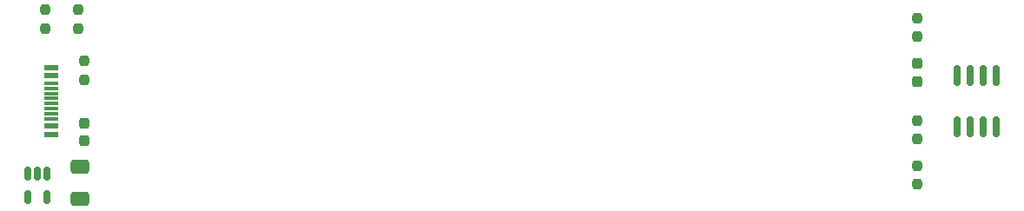
<source format=gbr>
%TF.GenerationSoftware,KiCad,Pcbnew,(6.0.0)*%
%TF.CreationDate,2022-06-19T19:27:42+02:00*%
%TF.ProjectId,PCBv2,50434276-322e-46b6-9963-61645f706362,rev?*%
%TF.SameCoordinates,Original*%
%TF.FileFunction,Paste,Bot*%
%TF.FilePolarity,Positive*%
%FSLAX46Y46*%
G04 Gerber Fmt 4.6, Leading zero omitted, Abs format (unit mm)*
G04 Created by KiCad (PCBNEW (6.0.0)) date 2022-06-19 19:27:42*
%MOMM*%
%LPD*%
G01*
G04 APERTURE LIST*
G04 Aperture macros list*
%AMRoundRect*
0 Rectangle with rounded corners*
0 $1 Rounding radius*
0 $2 $3 $4 $5 $6 $7 $8 $9 X,Y pos of 4 corners*
0 Add a 4 corners polygon primitive as box body*
4,1,4,$2,$3,$4,$5,$6,$7,$8,$9,$2,$3,0*
0 Add four circle primitives for the rounded corners*
1,1,$1+$1,$2,$3*
1,1,$1+$1,$4,$5*
1,1,$1+$1,$6,$7*
1,1,$1+$1,$8,$9*
0 Add four rect primitives between the rounded corners*
20,1,$1+$1,$2,$3,$4,$5,0*
20,1,$1+$1,$4,$5,$6,$7,0*
20,1,$1+$1,$6,$7,$8,$9,0*
20,1,$1+$1,$8,$9,$2,$3,0*%
G04 Aperture macros list end*
%ADD10RoundRect,0.237500X-0.237500X0.250000X-0.237500X-0.250000X0.237500X-0.250000X0.237500X0.250000X0*%
%ADD11R,1.450000X0.600000*%
%ADD12R,1.450000X0.300000*%
%ADD13RoundRect,0.237500X0.237500X-0.250000X0.237500X0.250000X-0.237500X0.250000X-0.237500X-0.250000X0*%
%ADD14RoundRect,0.250000X0.650000X-0.412500X0.650000X0.412500X-0.650000X0.412500X-0.650000X-0.412500X0*%
%ADD15RoundRect,0.237500X-0.237500X0.300000X-0.237500X-0.300000X0.237500X-0.300000X0.237500X0.300000X0*%
%ADD16RoundRect,0.150000X-0.150000X0.512500X-0.150000X-0.512500X0.150000X-0.512500X0.150000X0.512500X0*%
%ADD17RoundRect,0.150000X0.150000X-0.825000X0.150000X0.825000X-0.150000X0.825000X-0.150000X-0.825000X0*%
%ADD18RoundRect,0.237500X0.237500X-0.300000X0.237500X0.300000X-0.237500X0.300000X-0.237500X-0.300000X0*%
G04 APERTURE END LIST*
D10*
%TO.C,R5*%
X150000000Y-57887500D03*
X150000000Y-59712500D03*
%TD*%
D11*
%TO.C,J1*%
X65545000Y-59250000D03*
X65545000Y-58450000D03*
D12*
X65545000Y-57250000D03*
X65545000Y-56250000D03*
X65545000Y-55750000D03*
X65545000Y-54750000D03*
D11*
X65545000Y-53550000D03*
X65545000Y-52750000D03*
X65545000Y-52750000D03*
X65545000Y-53550000D03*
D12*
X65545000Y-54250000D03*
X65545000Y-55250000D03*
X65545000Y-56750000D03*
X65545000Y-57750000D03*
D11*
X65545000Y-58450000D03*
X65545000Y-59250000D03*
%TD*%
D13*
%TO.C,R1*%
X68200000Y-48912500D03*
X68200000Y-47087500D03*
%TD*%
%TO.C,R2*%
X68800000Y-53912500D03*
X68800000Y-52087500D03*
%TD*%
D14*
%TO.C,C3*%
X68400000Y-65562500D03*
X68400000Y-62437500D03*
%TD*%
D15*
%TO.C,C1*%
X150000000Y-52337500D03*
X150000000Y-54062500D03*
%TD*%
D16*
%TO.C,U2*%
X63250000Y-63062500D03*
X64200000Y-63062500D03*
X65150000Y-63062500D03*
X65150000Y-65337500D03*
X63250000Y-65337500D03*
%TD*%
D17*
%TO.C,U1*%
X157705000Y-58475000D03*
X156435000Y-58475000D03*
X155165000Y-58475000D03*
X153895000Y-58475000D03*
X153895000Y-53525000D03*
X155165000Y-53525000D03*
X156435000Y-53525000D03*
X157705000Y-53525000D03*
%TD*%
D10*
%TO.C,R6*%
X150000000Y-62287500D03*
X150000000Y-64112500D03*
%TD*%
D18*
%TO.C,C2*%
X68800000Y-59862500D03*
X68800000Y-58137500D03*
%TD*%
D13*
%TO.C,R3*%
X65000000Y-48912500D03*
X65000000Y-47087500D03*
%TD*%
D10*
%TO.C,R4*%
X150000000Y-47887500D03*
X150000000Y-49712500D03*
%TD*%
M02*

</source>
